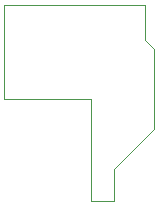
<source format=gbr>
G04 #@! TF.GenerationSoftware,KiCad,Pcbnew,(5.1.0)-1*
G04 #@! TF.CreationDate,2019-09-18T15:22:59-07:00*
G04 #@! TF.ProjectId,FlexPC,466c6578-5043-42e6-9b69-6361645f7063,rev?*
G04 #@! TF.SameCoordinates,Original*
G04 #@! TF.FileFunction,Profile,NP*
%FSLAX46Y46*%
G04 Gerber Fmt 4.6, Leading zero omitted, Abs format (unit mm)*
G04 Created by KiCad (PCBNEW (5.1.0)-1) date 2019-09-18 15:22:59*
%MOMM*%
%LPD*%
G04 APERTURE LIST*
%ADD10C,0.050000*%
G04 APERTURE END LIST*
D10*
X26630380Y-29452600D02*
X34019240Y-29452600D01*
X26630380Y-21543000D02*
X26630380Y-29452600D01*
X38546793Y-21543000D02*
X26630380Y-21543000D01*
X38546793Y-24460200D02*
X38546793Y-21543000D01*
X39316793Y-25230200D02*
X38546793Y-24460200D01*
X39316793Y-32029400D02*
X39316793Y-25230200D01*
X35928840Y-35420300D02*
X39316793Y-32029400D01*
X35928840Y-38113050D02*
X35928840Y-35420300D01*
X34019240Y-38113050D02*
X35928840Y-38113050D01*
X34019240Y-29452600D02*
X34019240Y-38113050D01*
M02*

</source>
